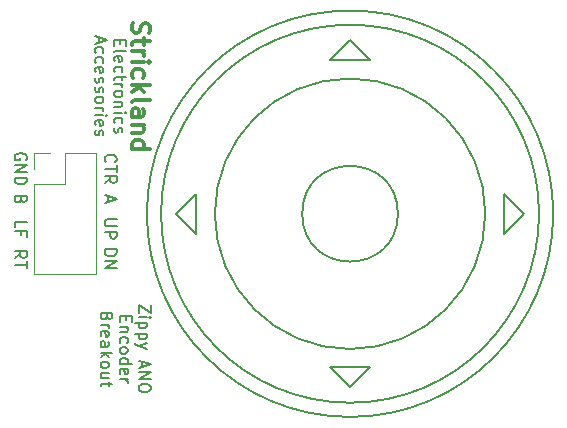
<source format=gbr>
%TF.GenerationSoftware,KiCad,Pcbnew,(6.0.0)*%
%TF.CreationDate,2021-12-29T20:26:28-08:00*%
%TF.ProjectId,enc_breakout,656e635f-6272-4656-916b-6f75742e6b69,rev?*%
%TF.SameCoordinates,Original*%
%TF.FileFunction,Legend,Top*%
%TF.FilePolarity,Positive*%
%FSLAX46Y46*%
G04 Gerber Fmt 4.6, Leading zero omitted, Abs format (unit mm)*
G04 Created by KiCad (PCBNEW (6.0.0)) date 2021-12-29 20:26:28*
%MOMM*%
%LPD*%
G01*
G04 APERTURE LIST*
%ADD10C,0.200000*%
%ADD11C,0.300000*%
%ADD12C,0.153000*%
%ADD13C,0.120000*%
G04 APERTURE END LIST*
D10*
X130416428Y-76740238D02*
X130416428Y-77073571D01*
X129892619Y-77216428D02*
X129892619Y-76740238D01*
X130892619Y-76740238D01*
X130892619Y-77216428D01*
X129892619Y-77787857D02*
X129940238Y-77692619D01*
X130035476Y-77645000D01*
X130892619Y-77645000D01*
X129940238Y-78549761D02*
X129892619Y-78454523D01*
X129892619Y-78264047D01*
X129940238Y-78168809D01*
X130035476Y-78121190D01*
X130416428Y-78121190D01*
X130511666Y-78168809D01*
X130559285Y-78264047D01*
X130559285Y-78454523D01*
X130511666Y-78549761D01*
X130416428Y-78597380D01*
X130321190Y-78597380D01*
X130225952Y-78121190D01*
X129940238Y-79454523D02*
X129892619Y-79359285D01*
X129892619Y-79168809D01*
X129940238Y-79073571D01*
X129987857Y-79025952D01*
X130083095Y-78978333D01*
X130368809Y-78978333D01*
X130464047Y-79025952D01*
X130511666Y-79073571D01*
X130559285Y-79168809D01*
X130559285Y-79359285D01*
X130511666Y-79454523D01*
X130559285Y-79740238D02*
X130559285Y-80121190D01*
X130892619Y-79883095D02*
X130035476Y-79883095D01*
X129940238Y-79930714D01*
X129892619Y-80025952D01*
X129892619Y-80121190D01*
X129892619Y-80454523D02*
X130559285Y-80454523D01*
X130368809Y-80454523D02*
X130464047Y-80502142D01*
X130511666Y-80549761D01*
X130559285Y-80645000D01*
X130559285Y-80740238D01*
X129892619Y-81216428D02*
X129940238Y-81121190D01*
X129987857Y-81073571D01*
X130083095Y-81025952D01*
X130368809Y-81025952D01*
X130464047Y-81073571D01*
X130511666Y-81121190D01*
X130559285Y-81216428D01*
X130559285Y-81359285D01*
X130511666Y-81454523D01*
X130464047Y-81502142D01*
X130368809Y-81549761D01*
X130083095Y-81549761D01*
X129987857Y-81502142D01*
X129940238Y-81454523D01*
X129892619Y-81359285D01*
X129892619Y-81216428D01*
X130559285Y-81978333D02*
X129892619Y-81978333D01*
X130464047Y-81978333D02*
X130511666Y-82025952D01*
X130559285Y-82121190D01*
X130559285Y-82264047D01*
X130511666Y-82359285D01*
X130416428Y-82406904D01*
X129892619Y-82406904D01*
X129892619Y-82883095D02*
X130559285Y-82883095D01*
X130892619Y-82883095D02*
X130845000Y-82835476D01*
X130797380Y-82883095D01*
X130845000Y-82930714D01*
X130892619Y-82883095D01*
X130797380Y-82883095D01*
X129940238Y-83787857D02*
X129892619Y-83692619D01*
X129892619Y-83502142D01*
X129940238Y-83406904D01*
X129987857Y-83359285D01*
X130083095Y-83311666D01*
X130368809Y-83311666D01*
X130464047Y-83359285D01*
X130511666Y-83406904D01*
X130559285Y-83502142D01*
X130559285Y-83692619D01*
X130511666Y-83787857D01*
X129940238Y-84168809D02*
X129892619Y-84264047D01*
X129892619Y-84454523D01*
X129940238Y-84549761D01*
X130035476Y-84597380D01*
X130083095Y-84597380D01*
X130178333Y-84549761D01*
X130225952Y-84454523D01*
X130225952Y-84311666D01*
X130273571Y-84216428D01*
X130368809Y-84168809D01*
X130416428Y-84168809D01*
X130511666Y-84216428D01*
X130559285Y-84311666D01*
X130559285Y-84454523D01*
X130511666Y-84549761D01*
X128568333Y-76478333D02*
X128568333Y-76954523D01*
X128282619Y-76383095D02*
X129282619Y-76716428D01*
X128282619Y-77049761D01*
X128330238Y-77811666D02*
X128282619Y-77716428D01*
X128282619Y-77525952D01*
X128330238Y-77430714D01*
X128377857Y-77383095D01*
X128473095Y-77335476D01*
X128758809Y-77335476D01*
X128854047Y-77383095D01*
X128901666Y-77430714D01*
X128949285Y-77525952D01*
X128949285Y-77716428D01*
X128901666Y-77811666D01*
X128330238Y-78668809D02*
X128282619Y-78573571D01*
X128282619Y-78383095D01*
X128330238Y-78287857D01*
X128377857Y-78240238D01*
X128473095Y-78192619D01*
X128758809Y-78192619D01*
X128854047Y-78240238D01*
X128901666Y-78287857D01*
X128949285Y-78383095D01*
X128949285Y-78573571D01*
X128901666Y-78668809D01*
X128330238Y-79478333D02*
X128282619Y-79383095D01*
X128282619Y-79192619D01*
X128330238Y-79097380D01*
X128425476Y-79049761D01*
X128806428Y-79049761D01*
X128901666Y-79097380D01*
X128949285Y-79192619D01*
X128949285Y-79383095D01*
X128901666Y-79478333D01*
X128806428Y-79525952D01*
X128711190Y-79525952D01*
X128615952Y-79049761D01*
X128330238Y-79906904D02*
X128282619Y-80002142D01*
X128282619Y-80192619D01*
X128330238Y-80287857D01*
X128425476Y-80335476D01*
X128473095Y-80335476D01*
X128568333Y-80287857D01*
X128615952Y-80192619D01*
X128615952Y-80049761D01*
X128663571Y-79954523D01*
X128758809Y-79906904D01*
X128806428Y-79906904D01*
X128901666Y-79954523D01*
X128949285Y-80049761D01*
X128949285Y-80192619D01*
X128901666Y-80287857D01*
X128330238Y-80716428D02*
X128282619Y-80811666D01*
X128282619Y-81002142D01*
X128330238Y-81097380D01*
X128425476Y-81145000D01*
X128473095Y-81145000D01*
X128568333Y-81097380D01*
X128615952Y-81002142D01*
X128615952Y-80859285D01*
X128663571Y-80764047D01*
X128758809Y-80716428D01*
X128806428Y-80716428D01*
X128901666Y-80764047D01*
X128949285Y-80859285D01*
X128949285Y-81002142D01*
X128901666Y-81097380D01*
X128282619Y-81716428D02*
X128330238Y-81621190D01*
X128377857Y-81573571D01*
X128473095Y-81525952D01*
X128758809Y-81525952D01*
X128854047Y-81573571D01*
X128901666Y-81621190D01*
X128949285Y-81716428D01*
X128949285Y-81859285D01*
X128901666Y-81954523D01*
X128854047Y-82002142D01*
X128758809Y-82049761D01*
X128473095Y-82049761D01*
X128377857Y-82002142D01*
X128330238Y-81954523D01*
X128282619Y-81859285D01*
X128282619Y-81716428D01*
X128282619Y-82478333D02*
X128949285Y-82478333D01*
X128758809Y-82478333D02*
X128854047Y-82525952D01*
X128901666Y-82573571D01*
X128949285Y-82668809D01*
X128949285Y-82764047D01*
X128282619Y-83097380D02*
X128949285Y-83097380D01*
X129282619Y-83097380D02*
X129235000Y-83049761D01*
X129187380Y-83097380D01*
X129235000Y-83145000D01*
X129282619Y-83097380D01*
X129187380Y-83097380D01*
X128330238Y-83954523D02*
X128282619Y-83859285D01*
X128282619Y-83668809D01*
X128330238Y-83573571D01*
X128425476Y-83525952D01*
X128806428Y-83525952D01*
X128901666Y-83573571D01*
X128949285Y-83668809D01*
X128949285Y-83859285D01*
X128901666Y-83954523D01*
X128806428Y-84002142D01*
X128711190Y-84002142D01*
X128615952Y-83525952D01*
X128330238Y-84383095D02*
X128282619Y-84478333D01*
X128282619Y-84668809D01*
X128330238Y-84764047D01*
X128425476Y-84811666D01*
X128473095Y-84811666D01*
X128568333Y-84764047D01*
X128615952Y-84668809D01*
X128615952Y-84525952D01*
X128663571Y-84430714D01*
X128758809Y-84383095D01*
X128806428Y-84383095D01*
X128901666Y-84430714D01*
X128949285Y-84525952D01*
X128949285Y-84668809D01*
X128901666Y-84764047D01*
D11*
X131472857Y-75287857D02*
X131401428Y-75502142D01*
X131401428Y-75859285D01*
X131472857Y-76002142D01*
X131544285Y-76073571D01*
X131687142Y-76145000D01*
X131830000Y-76145000D01*
X131972857Y-76073571D01*
X132044285Y-76002142D01*
X132115714Y-75859285D01*
X132187142Y-75573571D01*
X132258571Y-75430714D01*
X132330000Y-75359285D01*
X132472857Y-75287857D01*
X132615714Y-75287857D01*
X132758571Y-75359285D01*
X132830000Y-75430714D01*
X132901428Y-75573571D01*
X132901428Y-75930714D01*
X132830000Y-76145000D01*
X132401428Y-76573571D02*
X132401428Y-77145000D01*
X132901428Y-76787857D02*
X131615714Y-76787857D01*
X131472857Y-76859285D01*
X131401428Y-77002142D01*
X131401428Y-77145000D01*
X131401428Y-77645000D02*
X132401428Y-77645000D01*
X132115714Y-77645000D02*
X132258571Y-77716428D01*
X132330000Y-77787857D01*
X132401428Y-77930714D01*
X132401428Y-78073571D01*
X131401428Y-78573571D02*
X132401428Y-78573571D01*
X132901428Y-78573571D02*
X132830000Y-78502142D01*
X132758571Y-78573571D01*
X132830000Y-78645000D01*
X132901428Y-78573571D01*
X132758571Y-78573571D01*
X131472857Y-79930714D02*
X131401428Y-79787857D01*
X131401428Y-79502142D01*
X131472857Y-79359285D01*
X131544285Y-79287857D01*
X131687142Y-79216428D01*
X132115714Y-79216428D01*
X132258571Y-79287857D01*
X132330000Y-79359285D01*
X132401428Y-79502142D01*
X132401428Y-79787857D01*
X132330000Y-79930714D01*
X131401428Y-80573571D02*
X132901428Y-80573571D01*
X131972857Y-80716428D02*
X131401428Y-81145000D01*
X132401428Y-81145000D02*
X131830000Y-80573571D01*
X131401428Y-82002142D02*
X131472857Y-81859285D01*
X131615714Y-81787857D01*
X132901428Y-81787857D01*
X131401428Y-83216428D02*
X132187142Y-83216428D01*
X132330000Y-83145000D01*
X132401428Y-83002142D01*
X132401428Y-82716428D01*
X132330000Y-82573571D01*
X131472857Y-83216428D02*
X131401428Y-83073571D01*
X131401428Y-82716428D01*
X131472857Y-82573571D01*
X131615714Y-82502142D01*
X131758571Y-82502142D01*
X131901428Y-82573571D01*
X131972857Y-82716428D01*
X131972857Y-83073571D01*
X132044285Y-83216428D01*
X132401428Y-83930714D02*
X131401428Y-83930714D01*
X132258571Y-83930714D02*
X132330000Y-84002142D01*
X132401428Y-84145000D01*
X132401428Y-84359285D01*
X132330000Y-84502142D01*
X132187142Y-84573571D01*
X131401428Y-84573571D01*
X131401428Y-85930714D02*
X132901428Y-85930714D01*
X131472857Y-85930714D02*
X131401428Y-85787857D01*
X131401428Y-85502142D01*
X131472857Y-85359285D01*
X131544285Y-85287857D01*
X131687142Y-85216428D01*
X132115714Y-85216428D01*
X132258571Y-85287857D01*
X132330000Y-85359285D01*
X132401428Y-85502142D01*
X132401428Y-85787857D01*
X132330000Y-85930714D01*
D10*
X132967619Y-99155714D02*
X132967619Y-99822380D01*
X131967619Y-99155714D01*
X131967619Y-99822380D01*
X131967619Y-100203333D02*
X132634285Y-100203333D01*
X132967619Y-100203333D02*
X132920000Y-100155714D01*
X132872380Y-100203333D01*
X132920000Y-100250952D01*
X132967619Y-100203333D01*
X132872380Y-100203333D01*
X132634285Y-100679523D02*
X131634285Y-100679523D01*
X132586666Y-100679523D02*
X132634285Y-100774761D01*
X132634285Y-100965238D01*
X132586666Y-101060476D01*
X132539047Y-101108095D01*
X132443809Y-101155714D01*
X132158095Y-101155714D01*
X132062857Y-101108095D01*
X132015238Y-101060476D01*
X131967619Y-100965238D01*
X131967619Y-100774761D01*
X132015238Y-100679523D01*
X132634285Y-101584285D02*
X131634285Y-101584285D01*
X132586666Y-101584285D02*
X132634285Y-101679523D01*
X132634285Y-101870000D01*
X132586666Y-101965238D01*
X132539047Y-102012857D01*
X132443809Y-102060476D01*
X132158095Y-102060476D01*
X132062857Y-102012857D01*
X132015238Y-101965238D01*
X131967619Y-101870000D01*
X131967619Y-101679523D01*
X132015238Y-101584285D01*
X132634285Y-102393809D02*
X131967619Y-102631904D01*
X132634285Y-102870000D02*
X131967619Y-102631904D01*
X131729523Y-102536666D01*
X131681904Y-102489047D01*
X131634285Y-102393809D01*
X132253333Y-103965238D02*
X132253333Y-104441428D01*
X131967619Y-103870000D02*
X132967619Y-104203333D01*
X131967619Y-104536666D01*
X131967619Y-104870000D02*
X132967619Y-104870000D01*
X131967619Y-105441428D01*
X132967619Y-105441428D01*
X132967619Y-106108095D02*
X132967619Y-106298571D01*
X132920000Y-106393809D01*
X132824761Y-106489047D01*
X132634285Y-106536666D01*
X132300952Y-106536666D01*
X132110476Y-106489047D01*
X132015238Y-106393809D01*
X131967619Y-106298571D01*
X131967619Y-106108095D01*
X132015238Y-106012857D01*
X132110476Y-105917619D01*
X132300952Y-105870000D01*
X132634285Y-105870000D01*
X132824761Y-105917619D01*
X132920000Y-106012857D01*
X132967619Y-106108095D01*
X130881428Y-100131904D02*
X130881428Y-100465238D01*
X130357619Y-100608095D02*
X130357619Y-100131904D01*
X131357619Y-100131904D01*
X131357619Y-100608095D01*
X131024285Y-101036666D02*
X130357619Y-101036666D01*
X130929047Y-101036666D02*
X130976666Y-101084285D01*
X131024285Y-101179523D01*
X131024285Y-101322380D01*
X130976666Y-101417619D01*
X130881428Y-101465238D01*
X130357619Y-101465238D01*
X130405238Y-102370000D02*
X130357619Y-102274761D01*
X130357619Y-102084285D01*
X130405238Y-101989047D01*
X130452857Y-101941428D01*
X130548095Y-101893809D01*
X130833809Y-101893809D01*
X130929047Y-101941428D01*
X130976666Y-101989047D01*
X131024285Y-102084285D01*
X131024285Y-102274761D01*
X130976666Y-102370000D01*
X130357619Y-102941428D02*
X130405238Y-102846190D01*
X130452857Y-102798571D01*
X130548095Y-102750952D01*
X130833809Y-102750952D01*
X130929047Y-102798571D01*
X130976666Y-102846190D01*
X131024285Y-102941428D01*
X131024285Y-103084285D01*
X130976666Y-103179523D01*
X130929047Y-103227142D01*
X130833809Y-103274761D01*
X130548095Y-103274761D01*
X130452857Y-103227142D01*
X130405238Y-103179523D01*
X130357619Y-103084285D01*
X130357619Y-102941428D01*
X130357619Y-104131904D02*
X131357619Y-104131904D01*
X130405238Y-104131904D02*
X130357619Y-104036666D01*
X130357619Y-103846190D01*
X130405238Y-103750952D01*
X130452857Y-103703333D01*
X130548095Y-103655714D01*
X130833809Y-103655714D01*
X130929047Y-103703333D01*
X130976666Y-103750952D01*
X131024285Y-103846190D01*
X131024285Y-104036666D01*
X130976666Y-104131904D01*
X130405238Y-104989047D02*
X130357619Y-104893809D01*
X130357619Y-104703333D01*
X130405238Y-104608095D01*
X130500476Y-104560476D01*
X130881428Y-104560476D01*
X130976666Y-104608095D01*
X131024285Y-104703333D01*
X131024285Y-104893809D01*
X130976666Y-104989047D01*
X130881428Y-105036666D01*
X130786190Y-105036666D01*
X130690952Y-104560476D01*
X130357619Y-105465238D02*
X131024285Y-105465238D01*
X130833809Y-105465238D02*
X130929047Y-105512857D01*
X130976666Y-105560476D01*
X131024285Y-105655714D01*
X131024285Y-105750952D01*
X129271428Y-100155714D02*
X129223809Y-100298571D01*
X129176190Y-100346190D01*
X129080952Y-100393809D01*
X128938095Y-100393809D01*
X128842857Y-100346190D01*
X128795238Y-100298571D01*
X128747619Y-100203333D01*
X128747619Y-99822380D01*
X129747619Y-99822380D01*
X129747619Y-100155714D01*
X129700000Y-100250952D01*
X129652380Y-100298571D01*
X129557142Y-100346190D01*
X129461904Y-100346190D01*
X129366666Y-100298571D01*
X129319047Y-100250952D01*
X129271428Y-100155714D01*
X129271428Y-99822380D01*
X128747619Y-100822380D02*
X129414285Y-100822380D01*
X129223809Y-100822380D02*
X129319047Y-100870000D01*
X129366666Y-100917619D01*
X129414285Y-101012857D01*
X129414285Y-101108095D01*
X128795238Y-101822380D02*
X128747619Y-101727142D01*
X128747619Y-101536666D01*
X128795238Y-101441428D01*
X128890476Y-101393809D01*
X129271428Y-101393809D01*
X129366666Y-101441428D01*
X129414285Y-101536666D01*
X129414285Y-101727142D01*
X129366666Y-101822380D01*
X129271428Y-101870000D01*
X129176190Y-101870000D01*
X129080952Y-101393809D01*
X128747619Y-102727142D02*
X129271428Y-102727142D01*
X129366666Y-102679523D01*
X129414285Y-102584285D01*
X129414285Y-102393809D01*
X129366666Y-102298571D01*
X128795238Y-102727142D02*
X128747619Y-102631904D01*
X128747619Y-102393809D01*
X128795238Y-102298571D01*
X128890476Y-102250952D01*
X128985714Y-102250952D01*
X129080952Y-102298571D01*
X129128571Y-102393809D01*
X129128571Y-102631904D01*
X129176190Y-102727142D01*
X128747619Y-103203333D02*
X129747619Y-103203333D01*
X129128571Y-103298571D02*
X128747619Y-103584285D01*
X129414285Y-103584285D02*
X129033333Y-103203333D01*
X128747619Y-104155714D02*
X128795238Y-104060476D01*
X128842857Y-104012857D01*
X128938095Y-103965238D01*
X129223809Y-103965238D01*
X129319047Y-104012857D01*
X129366666Y-104060476D01*
X129414285Y-104155714D01*
X129414285Y-104298571D01*
X129366666Y-104393809D01*
X129319047Y-104441428D01*
X129223809Y-104489047D01*
X128938095Y-104489047D01*
X128842857Y-104441428D01*
X128795238Y-104393809D01*
X128747619Y-104298571D01*
X128747619Y-104155714D01*
X129414285Y-105346190D02*
X128747619Y-105346190D01*
X129414285Y-104917619D02*
X128890476Y-104917619D01*
X128795238Y-104965238D01*
X128747619Y-105060476D01*
X128747619Y-105203333D01*
X128795238Y-105298571D01*
X128842857Y-105346190D01*
X129414285Y-105679523D02*
X129414285Y-106060476D01*
X129747619Y-105822380D02*
X128890476Y-105822380D01*
X128795238Y-105870000D01*
X128747619Y-105965238D01*
X128747619Y-106060476D01*
X122420000Y-86868095D02*
X122467619Y-86772857D01*
X122467619Y-86630000D01*
X122420000Y-86487142D01*
X122324761Y-86391904D01*
X122229523Y-86344285D01*
X122039047Y-86296666D01*
X121896190Y-86296666D01*
X121705714Y-86344285D01*
X121610476Y-86391904D01*
X121515238Y-86487142D01*
X121467619Y-86630000D01*
X121467619Y-86725238D01*
X121515238Y-86868095D01*
X121562857Y-86915714D01*
X121896190Y-86915714D01*
X121896190Y-86725238D01*
X121467619Y-87344285D02*
X122467619Y-87344285D01*
X121467619Y-87915714D01*
X122467619Y-87915714D01*
X121467619Y-88391904D02*
X122467619Y-88391904D01*
X122467619Y-88630000D01*
X122420000Y-88772857D01*
X122324761Y-88868095D01*
X122229523Y-88915714D01*
X122039047Y-88963333D01*
X121896190Y-88963333D01*
X121705714Y-88915714D01*
X121610476Y-88868095D01*
X121515238Y-88772857D01*
X121467619Y-88630000D01*
X121467619Y-88391904D01*
X121991428Y-90241428D02*
X121943809Y-90384285D01*
X121896190Y-90431904D01*
X121800952Y-90479523D01*
X121658095Y-90479523D01*
X121562857Y-90431904D01*
X121515238Y-90384285D01*
X121467619Y-90289047D01*
X121467619Y-89908095D01*
X122467619Y-89908095D01*
X122467619Y-90241428D01*
X122420000Y-90336666D01*
X122372380Y-90384285D01*
X122277142Y-90431904D01*
X122181904Y-90431904D01*
X122086666Y-90384285D01*
X122039047Y-90336666D01*
X121991428Y-90241428D01*
X121991428Y-89908095D01*
X121467619Y-92590952D02*
X121467619Y-92114761D01*
X122467619Y-92114761D01*
X121991428Y-93257619D02*
X121991428Y-92924285D01*
X121467619Y-92924285D02*
X122467619Y-92924285D01*
X122467619Y-93400476D01*
X121467619Y-95178571D02*
X121943809Y-94845238D01*
X121467619Y-94607142D02*
X122467619Y-94607142D01*
X122467619Y-94988095D01*
X122420000Y-95083333D01*
X122372380Y-95130952D01*
X122277142Y-95178571D01*
X122134285Y-95178571D01*
X122039047Y-95130952D01*
X121991428Y-95083333D01*
X121943809Y-94988095D01*
X121943809Y-94607142D01*
X122467619Y-95464285D02*
X122467619Y-96035714D01*
X121467619Y-95750000D02*
X122467619Y-95750000D01*
X129087619Y-94464285D02*
X130087619Y-94464285D01*
X130087619Y-94702380D01*
X130040000Y-94845238D01*
X129944761Y-94940476D01*
X129849523Y-94988095D01*
X129659047Y-95035714D01*
X129516190Y-95035714D01*
X129325714Y-94988095D01*
X129230476Y-94940476D01*
X129135238Y-94845238D01*
X129087619Y-94702380D01*
X129087619Y-94464285D01*
X129087619Y-95464285D02*
X130087619Y-95464285D01*
X129087619Y-96035714D01*
X130087619Y-96035714D01*
X130087619Y-91924285D02*
X129278095Y-91924285D01*
X129182857Y-91971904D01*
X129135238Y-92019523D01*
X129087619Y-92114761D01*
X129087619Y-92305238D01*
X129135238Y-92400476D01*
X129182857Y-92448095D01*
X129278095Y-92495714D01*
X130087619Y-92495714D01*
X129087619Y-92971904D02*
X130087619Y-92971904D01*
X130087619Y-93352857D01*
X130040000Y-93448095D01*
X129992380Y-93495714D01*
X129897142Y-93543333D01*
X129754285Y-93543333D01*
X129659047Y-93495714D01*
X129611428Y-93448095D01*
X129563809Y-93352857D01*
X129563809Y-92971904D01*
X129373333Y-89931904D02*
X129373333Y-90408095D01*
X129087619Y-89836666D02*
X130087619Y-90170000D01*
X129087619Y-90503333D01*
X129182857Y-87058571D02*
X129135238Y-87010952D01*
X129087619Y-86868095D01*
X129087619Y-86772857D01*
X129135238Y-86630000D01*
X129230476Y-86534761D01*
X129325714Y-86487142D01*
X129516190Y-86439523D01*
X129659047Y-86439523D01*
X129849523Y-86487142D01*
X129944761Y-86534761D01*
X130040000Y-86630000D01*
X130087619Y-86772857D01*
X130087619Y-86868095D01*
X130040000Y-87010952D01*
X129992380Y-87058571D01*
X130087619Y-87344285D02*
X130087619Y-87915714D01*
X129087619Y-87630000D02*
X130087619Y-87630000D01*
X129087619Y-88820476D02*
X129563809Y-88487142D01*
X129087619Y-88249047D02*
X130087619Y-88249047D01*
X130087619Y-88630000D01*
X130040000Y-88725238D01*
X129992380Y-88772857D01*
X129897142Y-88820476D01*
X129754285Y-88820476D01*
X129659047Y-88772857D01*
X129611428Y-88725238D01*
X129563809Y-88630000D01*
X129563809Y-88249047D01*
D12*
%TO.C,X1*%
X151557056Y-78429235D02*
X149860000Y-76732179D01*
X136849235Y-89742944D02*
X135152179Y-91440000D01*
X148162944Y-104450765D02*
X149860000Y-106147821D01*
X149860000Y-76732179D02*
X148162944Y-78429235D01*
X162870765Y-93137056D02*
X164567821Y-91440000D01*
X162870765Y-89742944D02*
X162870765Y-93137056D01*
X136849235Y-93137056D02*
X136849235Y-89742944D01*
X151557056Y-104450765D02*
X148162944Y-104450765D01*
X164567821Y-91440000D02*
X162870765Y-89742944D01*
X149860000Y-106147821D02*
X151557056Y-104450765D01*
X135152179Y-91440000D02*
X136849235Y-93137056D01*
X148162944Y-78429235D02*
X151557056Y-78429235D01*
X153909999Y-91440000D02*
G75*
G03*
X153909999Y-91440000I-4049999J0D01*
G01*
X165859999Y-91440000D02*
G75*
G03*
X165859999Y-91440000I-15999999J0D01*
G01*
X167060001Y-91440000D02*
G75*
G03*
X167060001Y-91440000I-17200001J0D01*
G01*
X161310001Y-91440000D02*
G75*
G03*
X161310001Y-91440000I-11450001J0D01*
G01*
D13*
%TO.C,J1*%
X123130000Y-96580000D02*
X128330000Y-96580000D01*
X123130000Y-88900000D02*
X123130000Y-96580000D01*
X128330000Y-86300000D02*
X128330000Y-96580000D01*
X123130000Y-88900000D02*
X125730000Y-88900000D01*
X125730000Y-88900000D02*
X125730000Y-86300000D01*
X125730000Y-86300000D02*
X128330000Y-86300000D01*
X123130000Y-87630000D02*
X123130000Y-86300000D01*
X123130000Y-86300000D02*
X124460000Y-86300000D01*
%TD*%
M02*

</source>
